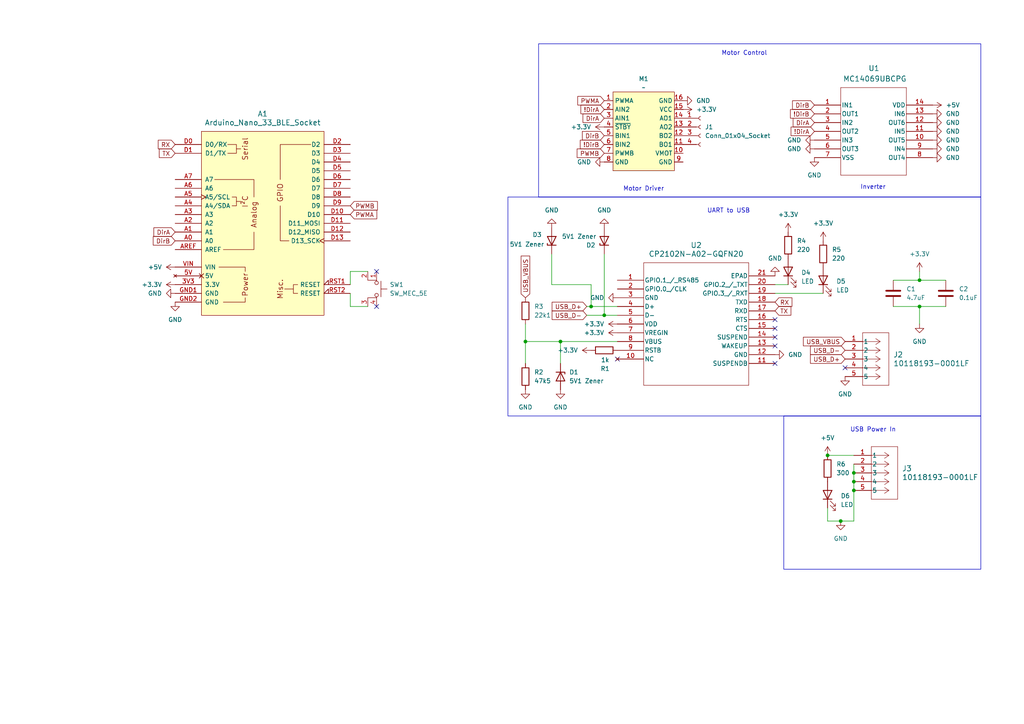
<source format=kicad_sch>
(kicad_sch (version 20250114) (generator "eeschema") (generator_version "9.0")
  (paper "A4")
  (lib_symbols
    (symbol "2025-04-03_10-14-51:CP2102N-A02-GQFN20" (pin_names (offset 0.254))
      (property "Reference" "U2" (at 23.622 10.414 0))
      (property "Value" "CP2102N-A02-GQFN20" (at 23.622 7.874 0))
      (symbol "CP2102N-A02-GQFN20_0_1"
        (polyline (pts (xy 7.62 5.08) (xy 7.62 -30.48)) (stroke (width 0.127)))
        (polyline (pts (xy 7.62 -30.48) (xy 38.1 -30.48)) (stroke (width 0.127)))
        (polyline (pts (xy 38.1 5.08) (xy 7.62 5.08)) (stroke (width 0.127)))
        (polyline (pts (xy 38.1 -30.48) (xy 38.1 5.08)) (stroke (width 0.127)))
        (pin bidirectional line (at 0 0 0) (length 7.62) (name "GPIO.1_/_RS485") (number "1"))
        (pin bidirectional line (at 0 -2.54 0) (length 7.62) (name "GPIO.0_/CLK") (number "2"))
        (pin power_out line (at 0 -5.08 0) (length 7.62) (name "GND") (number "3"))
        (pin unspecified line (at 0 -7.62 0) (length 7.62) (name "D+") (number "4"))
        (pin unspecified line (at 0 -10.16 0) (length 7.62) (name "D-") (number "5"))
        (pin power_in line (at 0 -12.7 0) (length 7.62) (name "VDD") (number "6"))
        (pin unspecified line (at 0 -15.24 0) (length 7.62) (name "VREGIN") (number "7"))
        (pin unspecified line (at 0 -17.78 0) (length 7.62) (name "VBUS") (number "8"))
        (pin unspecified line (at 0 -20.32 0) (length 7.62) (name "RSTB") (number "9"))
        (pin no_connect line (at 0 -22.86 0) (length 7.62) (name "NC") (number "10"))
        (pin power_out line (at 45.72 1.27 180) (length 7.62) (name "EPAD") (number "21"))
        (pin bidirectional line (at 45.72 -1.27 180) (length 7.62) (name "GPIO.2_/_TXT") (number "20"))
        (pin bidirectional line (at 45.72 -3.81 180) (length 7.62) (name "GPIO.3_/_RXT") (number "19"))
        (pin unspecified line (at 45.72 -6.35 180) (length 7.62) (name "TXD") (number "18"))
        (pin unspecified line (at 45.72 -8.89 180) (length 7.62) (name "RXD") (number "17"))
        (pin unspecified line (at 45.72 -11.43 180) (length 7.62) (name "RTS") (number "16"))
        (pin unspecified line (at 45.72 -13.97 180) (length 7.62) (name "CTS") (number "15"))
        (pin unspecified line (at 45.72 -16.51 180) (length 7.62) (name "SUSPEND") (number "14"))
        (pin unspecified line (at 45.72 -19.05 180) (length 7.62) (name "WAKEUP") (number "13"))
        (pin power_out line (at 45.72 -21.59 180) (length 7.62) (name "GND") (number "12"))
        (pin unspecified line (at 45.72 -24.13 180) (length 7.62) (name "SUSPENDB") (number "11"))
      )
    )
    (symbol "2025-04-03_10-31-04:10118193-0001LF" (pin_names (offset 0.254))
      (property "Reference" "J" (at 8.89 6.35 0))
      (property "Value" "10118193-0001LF" (at 0 0 0))
      (symbol "10118193-0001LF_1_1"
        (polyline (pts (xy 5.08 2.54) (xy 5.08 -12.7)) (stroke (width 0.127)))
        (polyline (pts (xy 5.08 -12.7) (xy 12.7 -12.7)) (stroke (width 0.127)))
        (polyline (pts (xy 10.16 0) (xy 5.08 0)) (stroke (width 0.127)))
        (polyline (pts (xy 10.16 0) (xy 8.89 0.8467)) (stroke (width 0.127)))
        (polyline (pts (xy 10.16 0) (xy 8.89 -0.8467)) (stroke (width 0.127)))
        (polyline (pts (xy 10.16 -2.54) (xy 5.08 -2.54)) (stroke (width 0.127)))
        (polyline (pts (xy 10.16 -2.54) (xy 8.89 -1.6933)) (stroke (width 0.127)))
        (polyline (pts (xy 10.16 -2.54) (xy 8.89 -3.3867)) (stroke (width 0.127)))
        (polyline (pts (xy 10.16 -5.08) (xy 5.08 -5.08)) (stroke (width 0.127)))
        (polyline (pts (xy 10.16 -5.08) (xy 8.89 -4.2333)) (stroke (width 0.127)))
        (polyline (pts (xy 10.16 -5.08) (xy 8.89 -5.9267)) (stroke (width 0.127)))
        (polyline (pts (xy 10.16 -7.62) (xy 5.08 -7.62)) (stroke (width 0.127)))
        (polyline (pts (xy 10.16 -7.62) (xy 8.89 -6.7733)) (stroke (width 0.127)))
        (polyline (pts (xy 10.16 -7.62) (xy 8.89 -8.4667)) (stroke (width 0.127)))
        (polyline (pts (xy 10.16 -10.16) (xy 5.08 -10.16)) (stroke (width 0.127)))
        (polyline (pts (xy 10.16 -10.16) (xy 8.89 -9.3133)) (stroke (width 0.127)))
        (polyline (pts (xy 10.16 -10.16) (xy 8.89 -11.0067)) (stroke (width 0.127)))
        (polyline (pts (xy 12.7 2.54) (xy 5.08 2.54)) (stroke (width 0.127)))
        (polyline (pts (xy 12.7 -12.7) (xy 12.7 2.54)) (stroke (width 0.127)))
        (pin unspecified line (at 0 0 0) (length 5.08) (name "1") (number "1"))
        (pin unspecified line (at 0 -2.54 0) (length 5.08) (name "2") (number "2"))
        (pin unspecified line (at 0 -5.08 0) (length 5.08) (name "3") (number "3"))
        (pin unspecified line (at 0 -7.62 0) (length 5.08) (name "4") (number "4"))
        (pin unspecified line (at 0 -10.16 0) (length 5.08) (name "5") (number "5"))
      )
      (symbol "10118193-0001LF_1_2"
        (polyline (pts (xy 5.08 2.54) (xy 5.08 -12.7)) (stroke (width 0.127)))
        (polyline (pts (xy 5.08 -12.7) (xy 12.7 -12.7)) (stroke (width 0.127)))
        (polyline (pts (xy 7.62 0) (xy 5.08 0)) (stroke (width 0.127)))
        (polyline (pts (xy 7.62 0) (xy 8.89 0.8467)) (stroke (width 0.127)))
        (polyline (pts (xy 7.62 0) (xy 8.89 -0.8467)) (stroke (width 0.127)))
        (polyline (pts (xy 7.62 -2.54) (xy 5.08 -2.54)) (stroke (width 0.127)))
        (polyline (pts (xy 7.62 -2.54) (xy 8.89 -1.6933)) (stroke (width 0.127)))
        (polyline (pts (xy 7.62 -2.54) (xy 8.89 -3.3867)) (stroke (width 0.127)))
        (polyline (pts (xy 7.62 -5.08) (xy 5.08 -5.08)) (stroke (width 0.127)))
        (polyline (pts (xy 7.62 -5.08) (xy 8.89 -4.2333)) (stroke (width 0.127)))
        (polyline (pts (xy 7.62 -5.08) (xy 8.89 -5.9267)) (stroke (width 0.127)))
        (polyline (pts (xy 7.62 -7.62) (xy 5.08 -7.62)) (stroke (width 0.127)))
        (polyline (pts (xy 7.62 -7.62) (xy 8.89 -6.7733)) (stroke (width 0.127)))
        (polyline (pts (xy 7.62 -7.62) (xy 8.89 -8.4667)) (stroke (width 0.127)))
        (polyline (pts (xy 7.62 -10.16) (xy 5.08 -10.16)) (stroke (width 0.127)))
        (polyline (pts (xy 7.62 -10.16) (xy 8.89 -9.3133)) (stroke (width 0.127)))
        (polyline (pts (xy 7.62 -10.16) (xy 8.89 -11.0067)) (stroke (width 0.127)))
        (polyline (pts (xy 12.7 2.54) (xy 5.08 2.54)) (stroke (width 0.127)))
        (polyline (pts (xy 12.7 -12.7) (xy 12.7 2.54)) (stroke (width 0.127)))
        (pin unspecified line (at 0 0 0) (length 5.08) (name "1") (number "1"))
        (pin unspecified line (at 0 -2.54 0) (length 5.08) (name "2") (number "2"))
        (pin unspecified line (at 0 -5.08 0) (length 5.08) (name "3") (number "3"))
        (pin unspecified line (at 0 -7.62 0) (length 5.08) (name "4") (number "4"))
        (pin unspecified line (at 0 -10.16 0) (length 5.08) (name "5") (number "5"))
      )
    )
    (symbol "Connector:Conn_01x04_Socket" (pin_names (offset 1.016) (hide yes))
      (property "Reference" "J" (at 0 5.08 0))
      (property "Value" "Conn_01x04_Socket" (at 0 -7.62 0))
      (symbol "Conn_01x04_Socket_1_1"
        (polyline (pts (xy -1.27 2.54) (xy -0.508 2.54)) (stroke (width 0.1524)))
        (polyline (pts (xy -1.27 0) (xy -0.508 0)) (stroke (width 0.1524)))
        (polyline (pts (xy -1.27 -2.54) (xy -0.508 -2.54)) (stroke (width 0.1524)))
        (polyline (pts (xy -1.27 -5.08) (xy -0.508 -5.08)) (stroke (width 0.1524)))
        (arc (start 0 2.032) (mid -0.5058 2.54) (end 0 3.048) (stroke (width 0.1524)))
        (arc (start 0 -0.508) (mid -0.5058 0) (end 0 0.508) (stroke (width 0.1524)))
        (arc (start 0 -3.048) (mid -0.5058 -2.54) (end 0 -2.032) (stroke (width 0.1524)))
        (arc (start 0 -5.588) (mid -0.5058 -5.08) (end 0 -4.572) (stroke (width 0.1524)))
        (pin passive line (at -5.08 2.54 0) (length 3.81) (name "Pin_1") (number "1"))
        (pin passive line (at -5.08 0 0) (length 3.81) (name "Pin_2") (number "2"))
        (pin passive line (at -5.08 -2.54 0) (length 3.81) (name "Pin_3") (number "3"))
        (pin passive line (at -5.08 -5.08 0) (length 3.81) (name "Pin_4") (number "4"))
      )
    )
    (symbol "Device:C" (pin_numbers (hide yes)) (pin_names (offset 0.254))
      (property "Reference" "C" (at 0.635 2.54 0))
      (property "Value" "C" (at 0.635 -2.54 0))
      (symbol "C_0_1"
        (polyline (pts (xy -2.032 0.762) (xy 2.032 0.762)) (stroke (width 0.508)))
        (polyline (pts (xy -2.032 -0.762) (xy 2.032 -0.762)) (stroke (width 0.508)))
      )
      (symbol "C_1_1"
        (pin passive line (at 0 3.81 270) (length 2.794) (name "~") (number "1"))
        (pin passive line (at 0 -3.81 90) (length 2.794) (name "~") (number "2"))
      )
    )
    (symbol "Device:D_Zener" (pin_numbers (hide yes)) (pin_names (offset 1.016) (hide yes))
      (property "Reference" "D" (at 0 2.54 0))
      (property "Value" "D_Zener" (at 0 -2.54 0))
      (symbol "D_Zener_0_1"
        (polyline (pts (xy -1.27 -1.27) (xy -1.27 1.27) (xy -0.762 1.27)) (stroke (width 0.254)))
        (polyline (pts (xy 1.27 0) (xy -1.27 0)))
        (polyline (pts (xy 1.27 -1.27) (xy 1.27 1.27) (xy -1.27 0) (xy 1.27 -1.27)) (stroke (width 0.254)))
      )
      (symbol "D_Zener_1_1"
        (pin passive line (at -3.81 0 0) (length 2.54) (name "K") (number "1"))
        (pin passive line (at 3.81 0 180) (length 2.54) (name "A") (number "2"))
      )
    )
    (symbol "Device:LED" (pin_numbers (hide yes)) (pin_names (offset 1.016) (hide yes))
      (property "Reference" "D" (at 0 2.54 0))
      (property "Value" "LED" (at 0 -2.54 0))
      (symbol "LED_0_1"
        (polyline (pts (xy -3.048 -0.762) (xy -4.572 -2.286) (xy -3.81 -2.286) (xy -4.572 -2.286) (xy -4.572 -1.524)))
        (polyline (pts (xy -1.778 -0.762) (xy -3.302 -2.286) (xy -2.54 -2.286) (xy -3.302 -2.286) (xy -3.302 -1.524)))
        (polyline (pts (xy -1.27 0) (xy 1.27 0)))
        (polyline (pts (xy -1.27 -1.27) (xy -1.27 1.27)) (stroke (width 0.254)))
        (polyline (pts (xy 1.27 -1.27) (xy 1.27 1.27) (xy -1.27 0) (xy 1.27 -1.27)) (stroke (width 0.254)))
      )
      (symbol "LED_1_1"
        (pin passive line (at -3.81 0 0) (length 2.54) (name "K") (number "1"))
        (pin passive line (at 3.81 0 180) (length 2.54) (name "A") (number "2"))
      )
    )
    (symbol "Device:R" (pin_numbers (hide yes)) (pin_names (offset 0))
      (property "Reference" "R" (at 2.032 0 90))
      (property "Value" "R" (at 0 0 90))
      (symbol "R_0_1"
        (rectangle (start -1.016 -2.54) (end 1.016 2.54) (stroke (width 0.254)))
      )
      (symbol "R_1_1"
        (pin passive line (at 0 3.81 270) (length 1.27) (name "~") (number "1"))
        (pin passive line (at 0 -3.81 90) (length 1.27) (name "~") (number "2"))
      )
    )
    (symbol "MCP14069UBCP:MC14069UBCPG" (pin_names (offset 0.254))
      (property "Reference" "U1" (at 17.272 10.668 0))
      (property "Value" "MC14069UBCPG" (at 17.526 7.62 0))
      (symbol "MC14069UBCPG_0_1"
        (polyline (pts (xy 7.62 5.08) (xy 7.62 -20.32)) (stroke (width 0.127)))
        (polyline (pts (xy 7.62 -20.32) (xy 26.67 -20.32)) (stroke (width 0.127)))
        (polyline (pts (xy 26.67 5.08) (xy 7.62 5.08)) (stroke (width 0.127)))
        (polyline (pts (xy 26.67 -20.32) (xy 26.67 5.08)) (stroke (width 0.127)))
        (pin input line (at 0 0 0) (length 7.62) (name "IN1") (number "1"))
        (pin output line (at 0 -2.54 0) (length 7.62) (name "OUT1") (number "2"))
        (pin input line (at 0 -5.08 0) (length 7.62) (name "IN2") (number "3"))
        (pin output line (at 0 -7.62 0) (length 7.62) (name "OUT2") (number "4"))
        (pin input line (at 0 -10.16 0) (length 7.62) (name "IN3") (number "5"))
        (pin output line (at 0 -12.7 0) (length 7.62) (name "OUT3") (number "6"))
        (pin power_in line (at 0 -15.24 0) (length 7.62) (name "VSS") (number "7"))
        (pin power_in line (at 34.29 0 180) (length 7.62) (name "VDD") (number "14"))
        (pin input line (at 34.29 -2.54 180) (length 7.62) (name "IN6") (number "13"))
        (pin output line (at 34.29 -5.08 180) (length 7.62) (name "OUT6") (number "12"))
        (pin input line (at 34.29 -7.62 180) (length 7.62) (name "IN5") (number "11"))
        (pin output line (at 34.29 -10.16 180) (length 7.62) (name "OUT5") (number "10"))
        (pin input line (at 34.29 -12.7 180) (length 7.62) (name "IN4") (number "9"))
        (pin output line (at 34.29 -15.24 180) (length 7.62) (name "OUT4") (number "8"))
      )
    )
    (symbol "Pololu_MD08A_Motor_Driver:Pololu_MD08A_Motor_Driver"
      (property "Reference" "M" (at 0 3.81 0))
      (symbol "Pololu_MD08A_Motor_Driver_1_1"
        (rectangle (start -8.89 2.54) (end 8.89 -20.32) (fill (type background)))
        (pin input line (at -11.43 0 0) (length 2.54) (name "PWMA") (number "1"))
        (pin input line (at -11.43 -2.54 0) (length 2.54) (name "AIN2") (number "2"))
        (pin input line (at -11.43 -5.08 0) (length 2.54) (name "AIN1") (number "3"))
        (pin input line (at -11.43 -7.62 0) (length 2.54) (name "~{STBY}") (number "4"))
        (pin input line (at -11.43 -10.16 0) (length 2.54) (name "BIN1") (number "5"))
        (pin input line (at -11.43 -12.7 0) (length 2.54) (name "BIN2") (number "6"))
        (pin input line (at -11.43 -15.24 0) (length 2.54) (name "PWMB") (number "7"))
        (pin power_in line (at -11.43 -17.78 0) (length 2.54) (name "GND") (number "8"))
        (pin power_in line (at 11.43 0 180) (length 2.54) (name "GND") (number "16"))
        (pin power_in line (at 11.43 -2.54 180) (length 2.54) (name "VCC") (number "15"))
        (pin output line (at 11.43 -5.08 180) (length 2.54) (name "AO1") (number "14"))
        (pin output line (at 11.43 -7.62 180) (length 2.54) (name "AO2") (number "13"))
        (pin output line (at 11.43 -10.16 180) (length 2.54) (name "BO2") (number "12"))
        (pin output line (at 11.43 -12.7 180) (length 2.54) (name "BO1") (number "11"))
        (pin power_in line (at 11.43 -15.24 180) (length 2.54) (name "VMOT") (number "10"))
        (pin power_in line (at 11.43 -17.78 180) (length 2.54) (name "GND") (number "9"))
      )
    )
    (symbol "Switch:SW_MEC_5E" (pin_names (offset 1.016) (hide yes))
      (property "Reference" "SW" (at 0.635 5.715 0))
      (property "Value" "SW_MEC_5E" (at 0 -3.175 0))
      (symbol "SW_MEC_5E_0_1"
        (polyline (pts (xy -2.54 0) (xy -2.54 2.54) (xy -2.286 2.54)))
        (polyline (pts (xy -2.286 3.81) (xy 2.286 3.81)))
        (circle (center -1.778 2.54) (radius 0.508))
        (polyline (pts (xy 0 3.81) (xy 0 5.588)))
        (circle (center 1.778 2.54) (radius 0.508))
        (polyline (pts (xy 2.54 0) (xy 2.54 2.54) (xy 2.286 2.54)))
        (pin passive line (at -5.08 2.54 0) (length 2.54) (name "1") (number "1"))
        (pin passive line (at -5.08 0 0) (length 2.54) (name "2") (number "2"))
        (pin passive line (at 5.08 2.54 180) (length 2.54) (name "A") (number "4"))
        (pin passive line (at 5.08 0 180) (length 2.54) (name "K") (number "3"))
      )
    )
    (symbol "arduino-library:Arduino_Nano_33_BLE_Socket" (pin_names (offset 1.016))
      (property "Reference" "A" (at 0 33.02 0))
      (property "Value" "Arduino_Nano_33_BLE_Socket" (at 0 29.21 0))
      (symbol "Arduino_Nano_33_BLE_Socket_0_0"
        (rectangle (start -17.78 26.67) (end 17.78 -26.67) (fill (type background)))
        (polyline (pts (xy -11.43 -22.86) (xy -5.08 -22.86) (xy -5.08 -21.59)))
        (polyline (pts (xy -10.16 22.86) (xy -7.62 22.86) (xy -7.62 20.32) (xy -10.16 20.32)))
        (polyline (pts (xy -8.89 7.62) (xy -7.62 7.62) (xy -7.62 5.08) (xy -8.89 5.08)))
        (polyline (pts (xy -7.62 21.59) (xy -6.35 21.59)))
        (polyline (pts (xy -7.62 6.35) (xy -6.35 6.35)))
        (polyline (pts (xy -5.08 -13.97) (xy -5.08 -12.7) (xy -12.7 -12.7)))
        (polyline (pts (xy 8.89 -19.05) (xy 6.35 -19.05)))
        (text "Serial" (at -5.08 21.59 900) (effects (font (size 1.524 1.524))))
        (text "I²C" (at -5.08 6.35 900) (effects (font (size 1.524 1.524))))
        (text "Power" (at -5.08 -17.78 900) (effects (font (size 1.524 1.524))))
        (text "Analog" (at -2.54 2.54 900) (effects (font (size 1.524 1.524))))
        (text "Misc." (at 5.08 -19.05 900) (effects (font (size 1.524 1.524))))
      )
      (symbol "Arduino_Nano_33_BLE_Socket_0_1"
        (polyline (pts (xy -13.97 12.7) (xy -2.54 12.7) (xy -2.54 7.62)))
        (polyline (pts (xy -11.43 -7.62) (xy -2.54 -7.62) (xy -2.54 -2.54)))
        (polyline (pts (xy 7.62 -5.08) (xy 5.08 -5.08) (xy 5.08 5.08)))
        (polyline (pts (xy 10.16 -17.78) (xy 8.89 -17.78) (xy 8.89 -20.32) (xy 10.16 -20.32)))
        (polyline (pts (xy 13.97 22.86) (xy 5.08 22.86) (xy 5.08 12.7)))
      )
      (symbol "Arduino_Nano_33_BLE_Socket_1_0"
        (text "GPIO" (at 5.08 8.89 900) (effects (font (size 1.524 1.524))))
      )
      (symbol "Arduino_Nano_33_BLE_Socket_1_1"
        (pin bidirectional line (at -25.4 22.86 0) (length 7.62) (name "D0/RX") (number "D0"))
        (pin bidirectional line (at -25.4 20.32 0) (length 7.62) (name "D1/TX") (number "D1"))
        (pin input line (at -25.4 12.7 0) (length 7.62) (name "A7") (number "A7"))
        (pin input line (at -25.4 10.16 0) (length 7.62) (name "A6") (number "A6"))
        (pin bidirectional clock (at -25.4 7.62 0) (length 7.62) (name "A5/SCL") (number "A5"))
        (pin bidirectional line (at -25.4 5.08 0) (length 7.62) (name "A4/SDA") (number "A4"))
        (pin bidirectional line (at -25.4 2.54 0) (length 7.62) (name "A3") (number "A3"))
        (pin bidirectional line (at -25.4 0 0) (length 7.62) (name "A2") (number "A2"))
        (pin bidirectional line (at -25.4 -2.54 0) (length 7.62) (name "A1") (number "A1"))
        (pin bidirectional line (at -25.4 -5.08 0) (length 7.62) (name "A0") (number "A0"))
        (pin input line (at -25.4 -7.62 0) (length 7.62) (name "AREF") (number "AREF"))
        (pin power_in line (at -25.4 -12.7 0) (length 7.62) (name "VIN") (number "VIN"))
        (pin no_connect non_logic (at -25.4 -15.24 0) (length 7.62) (name "5V") (number "5V"))
        (pin power_in line (at -25.4 -17.78 0) (length 7.62) (name "3.3V") (number "3V3"))
        (pin power_in line (at -25.4 -20.32 0) (length 7.62) (name "GND") (number "GND1"))
        (pin power_in line (at -25.4 -22.86 0) (length 7.62) (name "GND") (number "GND2"))
        (pin bidirectional line (at 25.4 22.86 180) (length 7.62) (name "D2") (number "D2"))
        (pin bidirectional line (at 25.4 20.32 180) (length 7.62) (name "D3") (number "D3"))
        (pin bidirectional line (at 25.4 17.78 180) (length 7.62) (name "D4") (number "D4"))
        (pin bidirectional line (at 25.4 15.24 180) (length 7.62) (name "D5") (number "D5"))
        (pin bidirectional line (at 25.4 12.7 180) (length 7.62) (name "D6") (number "D6"))
        (pin bidirectional line (at 25.4 10.16 180) (length 7.62) (name "D7") (number "D7"))
        (pin bidirectional line (at 25.4 7.62 180) (length 7.62) (name "D8") (number "D8"))
        (pin bidirectional line (at 25.4 5.08 180) (length 7.62) (name "D9") (number "D9"))
        (pin bidirectional line (at 25.4 2.54 180) (length 7.62) (name "D10") (number "D10"))
        (pin bidirectional line (at 25.4 0 180) (length 7.62) (name "D11_MOSI") (number "D11"))
        (pin bidirectional line (at 25.4 -2.54 180) (length 7.62) (name "D12_MISO") (number "D12"))
        (pin bidirectional clock (at 25.4 -5.08 180) (length 7.62) (name "D13_SCK") (number "D13"))
        (pin open_collector input_low (at 25.4 -17.78 180) (length 7.62) (name "RESET") (number "RST1"))
        (pin open_collector input_low (at 25.4 -20.32 180) (length 7.62) (name "RESET") (number "RST2"))
      )
    )
    (symbol "power:+3.3V" (power) (pin_names (offset 0))
      (property "Value" "+3.3V" (at 0 3.556 0))
      (symbol "+3.3V_0_1"
        (polyline (pts (xy -0.762 1.27) (xy 0 2.54)))
        (polyline (pts (xy 0 2.54) (xy 0.762 1.27)))
        (polyline (pts (xy 0 0) (xy 0 2.54)))
      )
      (symbol "+3.3V_1_1"
        (pin power_in line (at 0 0 90) (length 0) (hide yes) (name "+3.3V") (number "1"))
      )
    )
    (symbol "power:+5V" (power) (pin_names (offset 0))
      (property "Value" "+5V" (at 0 3.556 0))
      (symbol "+5V_0_1"
        (polyline (pts (xy -0.762 1.27) (xy 0 2.54)))
        (polyline (pts (xy 0 2.54) (xy 0.762 1.27)))
        (polyline (pts (xy 0 0) (xy 0 2.54)))
      )
      (symbol "+5V_1_1"
        (pin power_in line (at 0 0 90) (length 0) (hide yes) (name "+5V") (number "1"))
      )
    )
    (symbol "power:GND" (power) (pin_names (offset 0))
      (property "Value" "GND" (at 0 -3.81 0))
      (symbol "GND_0_1"
        (polyline (pts (xy 0 0) (xy 0 -1.27) (xy 1.27 -1.27) (xy 0 -2.54) (xy -1.27 -1.27) (xy 0 -1.27)))
      )
      (symbol "GND_1_1"
        (pin power_in line (at 0 0 270) (length 0) (hide yes) (name "GND") (number "1"))
      )
    )
  )
  (rectangle (start 156.21 12.7) (end 284.48 57.15))
  (rectangle (start 147.32 57.15) (end 284.48 120.65))
  (rectangle (start 227.33 120.65) (end 284.48 165.1))
  (text "Motor Control" (at 215.9 15.494 0) (effects (font (size 1.27 1.27))))
  (text "USB Power In\n" (at 253.238 124.714 0) (effects (font (size 1.27 1.27))))
  (text "Motor Driver" (at 186.69 54.864 0) (effects (font (size 1.27 1.27))))
  (text "UART to USB\n" (at 211.328 61.214 0) (effects (font (size 1.27 1.27))))
  (text "Inverter" (at 253.238 54.356 0) (effects (font (size 1.27 1.27))))
  (junction (at 171.45 88.9))
  (junction (at 175.26 91.44))
  (junction (at 240.03 132.08))
  (junction (at 266.7 88.9))
  (junction (at 243.84 151.13))
  (junction (at 247.65 137.16))
  (junction (at 247.65 139.7))
  (junction (at 152.4 99.06))
  (junction (at 162.56 99.06))
  (junction (at 247.65 142.24))
  (junction (at 266.7 81.28))
  (no_connect (at 109.22 88.9))
  (no_connect (at 224.79 97.79))
  (no_connect (at 224.79 105.41))
  (no_connect (at 224.79 95.25))
  (no_connect (at 245.11 106.68))
  (no_connect (at 179.07 104.14))
  (no_connect (at 109.22 78.74))
  (no_connect (at 224.79 100.33))
  (no_connect (at 224.79 92.71))
  (wire (pts (xy 266.7 88.9) (xy 274.32 88.9)))
  (wire (pts (xy 266.7 78.74) (xy 266.7 81.28)))
  (wire (pts (xy 266.7 88.9) (xy 266.7 93.98)))
  (wire (pts (xy 101.6 78.74) (xy 106.68 78.74)))
  (wire (pts (xy 247.65 134.62) (xy 247.65 137.16)))
  (wire (pts (xy 224.79 85.09) (xy 238.76 85.09)))
  (wire (pts (xy 247.65 151.13) (xy 247.65 142.24)))
  (wire (pts (xy 160.02 82.55) (xy 171.45 82.55)))
  (wire (pts (xy 101.6 85.09) (xy 101.6 88.9)))
  (wire (pts (xy 160.02 73.66) (xy 160.02 82.55)))
  (wire (pts (xy 171.45 88.9) (xy 179.07 88.9)))
  (wire (pts (xy 170.18 91.44) (xy 175.26 91.44)))
  (wire (pts (xy 101.6 82.55) (xy 101.6 78.74)))
  (wire (pts (xy 240.03 147.32) (xy 240.03 151.13)))
  (wire (pts (xy 240.03 132.08) (xy 247.65 132.08)))
  (wire (pts (xy 259.08 88.9) (xy 266.7 88.9)))
  (wire (pts (xy 243.84 151.13) (xy 247.65 151.13)))
  (wire (pts (xy 175.26 73.66) (xy 175.26 91.44)))
  (wire (pts (xy 266.7 81.28) (xy 274.32 81.28)))
  (wire (pts (xy 247.65 137.16) (xy 247.65 139.7)))
  (wire (pts (xy 152.4 93.98) (xy 152.4 99.06)))
  (wire (pts (xy 101.6 88.9) (xy 106.68 88.9)))
  (wire (pts (xy 170.18 88.9) (xy 171.45 88.9)))
  (wire (pts (xy 152.4 99.06) (xy 152.4 105.41)))
  (wire (pts (xy 224.79 82.55) (xy 228.6 82.55)))
  (wire (pts (xy 175.26 91.44) (xy 179.07 91.44)))
  (wire (pts (xy 247.65 139.7) (xy 247.65 142.24)))
  (wire (pts (xy 240.03 151.13) (xy 243.84 151.13)))
  (wire (pts (xy 152.4 99.06) (xy 162.56 99.06)))
  (wire (pts (xy 162.56 99.06) (xy 179.07 99.06)))
  (wire (pts (xy 171.45 82.55) (xy 171.45 88.9)))
  (wire (pts (xy 162.56 105.41) (xy 162.56 99.06)))
  (wire (pts (xy 259.08 81.28) (xy 266.7 81.28)))
  (global_label "USB_D-" (shape input) (at 245.11 101.6 180) (property "Intersheetrefs" "${INTERSHEET_REFS}" (effects (hide yes))))
  (global_label "USB_VBUS" (shape input) (at 245.11 99.06 180) (property "Intersheetrefs" "${INTERSHEET_REFS}" (effects (hide yes))))
  (global_label "USB_D+" (shape input) (at 245.11 104.14 180) (property "Intersheetrefs" "${INTERSHEET_REFS}" (effects (hide yes))))
  (global_label "TX" (shape input) (at 50.8 44.45 180) (property "Intersheetrefs" "${INTERSHEET_REFS}" (effects (hide yes))))
  (global_label "RX" (shape input) (at 50.8 41.91 180) (property "Intersheetrefs" "${INTERSHEET_REFS}" (effects (hide yes))))
  (global_label "USB_D-" (shape input) (at 170.18 91.44 180) (property "Intersheetrefs" "${INTERSHEET_REFS}" (effects (hide yes))))
  (global_label "DirB" (shape input) (at 175.26 39.37 180) (property "Intersheetrefs" "${INTERSHEET_REFS}" (effects (hide yes))))
  (global_label "!DirB" (shape input) (at 236.22 33.02 180) (property "Intersheetrefs" "${INTERSHEET_REFS}" (effects (hide yes))))
  (global_label "PWMA" (shape input) (at 101.6 62.23 0) (property "Intersheetrefs" "${INTERSHEET_REFS}" (effects (hide yes))))
  (global_label "!DirB" (shape input) (at 175.26 41.91 180) (property "Intersheetrefs" "${INTERSHEET_REFS}" (effects (hide yes))))
  (global_label "DirB" (shape input) (at 236.22 30.48 180) (property "Intersheetrefs" "${INTERSHEET_REFS}" (effects (hide yes))))
  (global_label "DirA" (shape input) (at 175.26 34.29 180) (property "Intersheetrefs" "${INTERSHEET_REFS}" (effects (hide yes))))
  (global_label "PWMB" (shape input) (at 175.26 44.45 180) (property "Intersheetrefs" "${INTERSHEET_REFS}" (effects (hide yes))))
  (global_label "DirA" (shape input) (at 236.22 35.56 180) (property "Intersheetrefs" "${INTERSHEET_REFS}" (effects (hide yes))))
  (global_label "PWMB" (shape input) (at 101.6 59.69 0) (property "Intersheetrefs" "${INTERSHEET_REFS}" (effects (hide yes))))
  (global_label "PWMA" (shape input) (at 175.26 29.21 180) (property "Intersheetrefs" "${INTERSHEET_REFS}" (effects (hide yes))))
  (global_label "TX" (shape input) (at 224.79 90.17 0) (property "Intersheetrefs" "${INTERSHEET_REFS}" (effects (hide yes))))
  (global_label "USB_D+" (shape input) (at 170.18 88.9 180) (property "Intersheetrefs" "${INTERSHEET_REFS}" (effects (hide yes))))
  (global_label "DirA" (shape input) (at 50.8 67.31 180) (property "Intersheetrefs" "${INTERSHEET_REFS}" (effects (hide yes))))
  (global_label "DirB" (shape input) (at 50.8 69.85 180) (property "Intersheetrefs" "${INTERSHEET_REFS}" (effects (hide yes))))
  (global_label "RX" (shape input) (at 224.79 87.63 0) (property "Intersheetrefs" "${INTERSHEET_REFS}" (effects (hide yes))))
  (global_label "USB_VBUS" (shape input) (at 152.4 86.36 90) (property "Intersheetrefs" "${INTERSHEET_REFS}" (effects (hide yes))))
  (global_label "!DirA" (shape input) (at 236.22 38.1 180) (property "Intersheetrefs" "${INTERSHEET_REFS}" (effects (hide yes))))
  (global_label "!DirA" (shape input) (at 175.26 31.75 180) (property "Intersheetrefs" "${INTERSHEET_REFS}" (effects (hide yes))))
  (symbol (lib_id "power:GND") (at 245.11 109.22 0) (unit 1)
    (property "Reference" "#PWR019" (effects (hide yes)))
    (property "Value" "GND" (at 245.11 114.3 0))
    (property "Description" "Power symbol creates a global label with name \"GND\" , ground" (effects (hide yes)))
  )
  (symbol (lib_id "power:GND") (at 270.51 33.02 90) (unit 1)
    (property "Reference" "#PWR013" (effects (hide yes)))
    (property "Value" "GND" (at 274.32 33.0199 90) (effects (justify right)))
    (property "Description" "Power symbol creates a global label with name \"GND\" , ground" (effects (hide yes)))
  )
  (symbol (lib_id "power:GND") (at 50.8 85.09 270) (unit 1)
    (property "Reference" "#PWR05" (effects (hide yes)))
    (property "Value" "GND" (at 46.99 85.0899 90) (effects (justify right)))
    (property "Description" "Power symbol creates a global label with name \"GND\" , ground" (effects (hide yes)))
  )
  (symbol (lib_id "power:GND") (at 270.51 35.56 90) (unit 1)
    (property "Reference" "#PWR012" (effects (hide yes)))
    (property "Value" "GND" (at 274.32 35.5599 90) (effects (justify right)))
    (property "Description" "Power symbol creates a global label with name \"GND\" , ground" (effects (hide yes)))
  )
  (symbol (lib_id "power:+5V") (at 240.03 132.08 0) (unit 1)
    (property "Reference" "#PWR033" (effects (hide yes)))
    (property "Value" "+5V" (at 240.03 127 0))
    (property "Description" "Power symbol creates a global label with name \"+5V\"" (effects (hide yes)))
  )
  (symbol (lib_id "Device:R") (at 175.26 101.6 90) (unit 1)
    (property "Reference" "R1" (at 175.514 106.934 90))
    (property "Value" "1k" (at 175.514 104.394 90))
    (property "Description" "Resistor" (effects (hide yes)))
  )
  (symbol (lib_id "power:GND") (at 236.22 43.18 270) (unit 1)
    (property "Reference" "#PWR07" (effects (hide yes)))
    (property "Value" "GND" (at 232.41 43.1799 90) (effects (justify right)))
    (property "Description" "Power symbol creates a global label with name \"GND\" , ground" (effects (hide yes)))
  )
  (symbol (lib_id "Device:LED") (at 240.03 143.51 90) (unit 1)
    (property "Reference" "D6" (at 243.84 143.8274 90) (effects (justify right)))
    (property "Value" "LED" (at 243.84 146.3674 90) (effects (justify right)))
    (property "Description" "Light emitting diode" (effects (hide yes)))
  )
  (symbol (lib_id "2025-04-03_10-31-04:10118193-0001LF") (at 247.65 132.08 0) (unit 1)
    (property "Reference" "J3" (at 261.62 135.8899 0) (effects (font (size 1.524 1.524)) (justify left)))
    (property "Value" "10118193-0001LF" (at 261.62 138.4299 0) (effects (font (size 1.524 1.524)) (justify left)))
    (property "Footprint" "CONN_10118193-0001LF_AMP" (effects (hide yes)))
    (property "Datasheet" "10118193-0001LF" (effects (hide yes)))
  )
  (symbol (lib_id "Device:D_Zener") (at 162.56 109.22 270) (unit 1)
    (property "Reference" "D1" (at 165.1 107.9499 90) (effects (justify left)))
    (property "Value" "5V1 Zener" (at 165.1 110.4899 90) (effects (justify left)))
    (property "Description" "Zener diode" (effects (hide yes)))
  )
  (symbol (lib_id "Device:R") (at 238.76 73.66 0) (unit 1)
    (property "Reference" "R5" (at 241.3 72.3899 0) (effects (justify left)))
    (property "Value" "220" (at 241.3 74.9299 0) (effects (justify left)))
    (property "Description" "Resistor" (effects (hide yes)))
  )
  (symbol (lib_id "power:+5V") (at 50.8 77.47 90) (unit 1)
    (property "Reference" "#PWR035" (effects (hide yes)))
    (property "Value" "+5V" (at 46.99 77.4699 90) (effects (justify left)))
    (property "Description" "Power symbol creates a global label with name \"+5V\"" (effects (hide yes)))
  )
  (symbol (lib_id "Device:LED") (at 238.76 81.28 90) (unit 1)
    (property "Reference" "D5" (at 242.57 81.5974 90) (effects (justify right)))
    (property "Value" "LED" (at 242.57 84.1374 90) (effects (justify right)))
    (property "Description" "Light emitting diode" (effects (hide yes)))
  )
  (symbol (lib_id "Device:D_Zener") (at 175.26 69.85 90) (unit 1)
    (property "Reference" "D2" (at 172.72 71.1201 90) (effects (justify left)))
    (property "Value" "5V1 Zener" (at 172.974 68.58 90) (effects (justify left)))
    (property "Description" "Zener diode" (effects (hide yes)))
  )
  (symbol (lib_id "power:GND") (at 266.7 93.98 0) (unit 1)
    (property "Reference" "#PWR024" (effects (hide yes)))
    (property "Value" "GND" (at 266.7 99.06 0))
    (property "Description" "Power symbol creates a global label with name \"GND\" , ground" (effects (hide yes)))
  )
  (symbol (lib_id "power:GND") (at 162.56 113.03 0) (unit 1)
    (property "Reference" "#PWR028" (effects (hide yes)))
    (property "Value" "GND" (at 162.56 118.11 0))
    (property "Description" "Power symbol creates a global label with name \"GND\" , ground" (effects (hide yes)))
  )
  (symbol (lib_id "power:GND") (at 175.26 66.04 180) (unit 1)
    (property "Reference" "#PWR030" (effects (hide yes)))
    (property "Value" "GND" (at 175.26 60.96 0))
    (property "Description" "Power symbol creates a global label with name \"GND\" , ground" (effects (hide yes)))
  )
  (symbol (lib_id "power:GND") (at 270.51 43.18 90) (unit 1)
    (property "Reference" "#PWR09" (effects (hide yes)))
    (property "Value" "GND" (at 274.32 43.1799 90) (effects (justify right)))
    (property "Description" "Power symbol creates a global label with name \"GND\" , ground" (effects (hide yes)))
  )
  (symbol (lib_id "power:+3.3V") (at 228.6 67.31 0) (unit 1)
    (property "Reference" "#PWR032" (effects (hide yes)))
    (property "Value" "+3.3V" (at 228.6 62.23 0))
    (property "Description" "Power symbol creates a global label with name \"+3.3V\"" (effects (hide yes)))
  )
  (symbol (lib_id "arduino-library:Arduino_Nano_33_BLE_Socket") (at 76.2 64.77 0) (unit 1)
    (property "Reference" "A1" (at 76.2 33.02 0) (effects (font (size 1.524 1.524))))
    (property "Value" "Arduino_Nano_33_BLE_Socket" (at 76.2 35.56 0) (effects (font (size 1.524 1.524))))
    (property "Footprint" "PCM_arduino-library:Arduino_Nano_Every_Socket" (effects (hide yes)))
    (property "Datasheet" "https://docs.arduino.cc/hardware/nano-33-ble" (effects (hide yes)))
    (property "Description" "Socket for Arduino Nano 33 BLE" (effects (hide yes)))
  )
  (symbol (lib_id "Device:LED") (at 228.6 78.74 90) (unit 1)
    (property "Reference" "D4" (at 232.41 79.0574 90) (effects (justify right)))
    (property "Value" "LED" (at 232.41 81.5974 90) (effects (justify right)))
    (property "Description" "Light emitting diode" (effects (hide yes)))
  )
  (symbol (lib_id "power:+3.3V") (at 266.7 78.74 0) (unit 1)
    (property "Reference" "#PWR023" (effects (hide yes)))
    (property "Value" "+3.3V" (at 266.7 73.66 0))
    (property "Description" "Power symbol creates a global label with name \"+3.3V\"" (effects (hide yes)))
  )
  (symbol (lib_id "power:GND") (at 224.79 102.87 90) (unit 1)
    (property "Reference" "#PWR025" (effects (hide yes)))
    (property "Value" "GND" (at 228.6 102.8699 90) (effects (justify right)))
    (property "Description" "Power symbol creates a global label with name \"GND\" , ground" (effects (hide yes)))
  )
  (symbol (lib_id "power:GND") (at 160.02 66.04 180) (unit 1)
    (property "Reference" "#PWR029" (effects (hide yes)))
    (property "Value" "GND" (at 160.02 60.96 0))
    (property "Description" "Power symbol creates a global label with name \"GND\" , ground" (effects (hide yes)))
  )
  (symbol (lib_id "power:GND") (at 175.26 46.99 270) (unit 1)
    (property "Reference" "#PWR017" (effects (hide yes)))
    (property "Value" "GND" (at 171.45 46.9899 90) (effects (justify right)))
    (property "Description" "Power symbol creates a global label with name \"GND\" , ground" (effects (hide yes)))
  )
  (symbol (lib_id "Device:R") (at 152.4 90.17 180) (unit 1)
    (property "Reference" "R3" (at 154.94 88.8999 0) (effects (justify right)))
    (property "Value" "22k1" (at 154.94 91.4399 0) (effects (justify right)))
    (property "Description" "Resistor" (effects (hide yes)))
  )
  (symbol (lib_id "Connector:Conn_01x04_Socket") (at 203.2 36.83 0) (unit 1)
    (property "Reference" "J1" (at 204.47 36.8299 0) (effects (justify left)))
    (property "Value" "Conn_01x04_Socket" (at 204.47 39.3699 0) (effects (justify left)))
    (property "Description" "Generic connector, single row, 01x04, script generated" (effects (hide yes)))
  )
  (symbol (lib_id "power:+3.3V") (at 238.76 69.85 0) (unit 1)
    (property "Reference" "#PWR031" (effects (hide yes)))
    (property "Value" "+3.3V" (at 238.76 64.77 0))
    (property "Description" "Power symbol creates a global label with name \"+3.3V\"" (effects (hide yes)))
  )
  (symbol (lib_id "2025-04-03_10-31-04:10118193-0001LF") (at 245.11 99.06 0) (unit 1)
    (property "Reference" "J2" (at 259.08 102.8699 0) (effects (font (size 1.524 1.524)) (justify left)))
    (property "Value" "10118193-0001LF" (at 259.08 105.4099 0) (effects (font (size 1.524 1.524)) (justify left)))
    (property "Footprint" "CONN_10118193-0001LF_AMP" (effects (hide yes)))
    (property "Datasheet" "10118193-0001LF" (effects (hide yes)))
  )
  (symbol (lib_id "power:GND") (at 236.22 40.64 270) (unit 1)
    (property "Reference" "#PWR01" (effects (hide yes)))
    (property "Value" "GND" (at 232.41 40.6399 90) (effects (justify right)))
    (property "Description" "Power symbol creates a global label with name \"GND\" , ground" (effects (hide yes)))
  )
  (symbol (lib_id "power:GND") (at 152.4 113.03 0) (unit 1)
    (property "Reference" "#PWR018" (effects (hide yes)))
    (property "Value" "GND" (at 152.4 118.11 0))
    (property "Description" "Power symbol creates a global label with name \"GND\" , ground" (effects (hide yes)))
  )
  (symbol (lib_id "Device:D_Zener") (at 160.02 69.85 90) (unit 1)
    (property "Reference" "D3" (at 154.432 68.072 90) (effects (justify right)))
    (property "Value" "5V1 Zener" (at 147.828 70.866 90) (effects (justify right)))
    (property "Description" "Zener diode" (effects (hide yes)))
  )
  (symbol (lib_id "Pololu_MD08A_Motor_Driver:Pololu_MD08A_Motor_Driver") (at 186.69 29.21 0) (unit 1)
    (property "Reference" "M1" (at 186.69 22.86 0))
    (property "Value" "~" (at 186.69 25.4 0))
    (property "Footprint" "Pololu_MD08A_Motor_Driver:Pololu_MD08A_Motor_Driver" (effects (hide yes)))
  )
  (symbol (lib_id "power:GND") (at 179.07 86.36 270) (unit 1)
    (property "Reference" "#PWR027" (effects (hide yes)))
    (property "Value" "GND" (at 175.26 86.3599 90) (effects (justify right)))
    (property "Description" "Power symbol creates a global label with name \"GND\" , ground" (effects (hide yes)))
  )
  (symbol (lib_id "Device:R") (at 228.6 71.12 0) (unit 1)
    (property "Reference" "R4" (at 231.14 69.8499 0) (effects (justify left)))
    (property "Value" "220" (at 231.14 72.3899 0) (effects (justify left)))
    (property "Description" "Resistor" (effects (hide yes)))
  )
  (symbol (lib_id "power:GND") (at 236.22 45.72 0) (unit 1)
    (property "Reference" "#PWR03" (effects (hide yes)))
    (property "Value" "GND" (at 236.22 50.8 0))
    (property "Description" "Power symbol creates a global label with name \"GND\" , ground" (effects (hide yes)))
  )
  (symbol (lib_id "power:GND") (at 198.12 29.21 90) (unit 1)
    (property "Reference" "#PWR016" (effects (hide yes)))
    (property "Value" "GND" (at 201.93 29.2099 90) (effects (justify right)))
    (property "Description" "Power symbol creates a global label with name \"GND\" , ground" (effects (hide yes)))
  )
  (symbol (lib_id "power:GND") (at 50.8 87.63 0) (unit 1)
    (property "Reference" "#PWR04" (effects (hide yes)))
    (property "Value" "GND" (at 50.8 92.71 0))
    (property "Description" "Power symbol creates a global label with name \"GND\" , ground" (effects (hide yes)))
  )
  (symbol (lib_id "power:+3.3V") (at 175.26 36.83 90) (unit 1)
    (property "Reference" "#PWR014" (effects (hide yes)))
    (property "Value" "+3.3V" (at 171.45 36.8299 90) (effects (justify left)))
    (property "Description" "Power symbol creates a global label with name \"+3.3V\"" (effects (hide yes)))
  )
  (symbol (lib_id "Device:R") (at 152.4 109.22 180) (unit 1)
    (property "Reference" "R2" (at 154.94 107.9499 0) (effects (justify right)))
    (property "Value" "47k5" (at 154.94 110.4899 0) (effects (justify right)))
    (property "Description" "Resistor" (effects (hide yes)))
  )
  (symbol (lib_id "power:GND") (at 224.79 80.01 180) (unit 1)
    (property "Reference" "#PWR026" (effects (hide yes)))
    (property "Value" "GND" (at 224.79 74.93 0))
    (property "Description" "Power symbol creates a global label with name \"GND\" , ground" (effects (hide yes)))
  )
  (symbol (lib_id "power:GND") (at 243.84 151.13 0) (unit 1)
    (property "Reference" "#PWR034" (effects (hide yes)))
    (property "Value" "GND" (at 243.84 156.21 0))
    (property "Description" "Power symbol creates a global label with name \"GND\" , ground" (effects (hide yes)))
  )
  (symbol (lib_id "power:+5V") (at 270.51 30.48 270) (unit 1)
    (property "Reference" "#PWR02" (effects (hide yes)))
    (property "Value" "+5V" (at 274.32 30.4799 90) (effects (justify left)))
    (property "Description" "Power symbol creates a global label with name \"+5V\"" (effects (hide yes)))
  )
  (symbol (lib_id "power:+3.3V") (at 171.45 101.6 90) (unit 1)
    (property "Reference" "#PWR020" (effects (hide yes)))
    (property "Value" "+3.3V" (at 167.64 101.5999 90) (effects (justify left)))
    (property "Description" "Power symbol creates a global label with name \"+3.3V\"" (effects (hide yes)))
  )
  (symbol (lib_id "Device:R") (at 240.03 135.89 0) (unit 1)
    (property "Reference" "R6" (at 242.57 134.6199 0) (effects (justify left)))
    (property "Value" "300" (at 242.57 137.1599 0) (effects (justify left)))
    (property "Description" "Resistor" (effects (hide yes)))
  )
  (symbol (lib_id "Device:C") (at 274.32 85.09 0) (unit 1)
    (property "Reference" "C2" (at 278.13 83.8199 0) (effects (justify left)))
    (property "Value" "0.1uF" (at 278.13 86.3599 0) (effects (justify left)))
    (property "Description" "Unpolarized capacitor" (effects (hide yes)))
  )
  (symbol (lib_id "power:+3.3V") (at 179.07 93.98 90) (unit 1)
    (property "Reference" "#PWR022" (effects (hide yes)))
    (property "Value" "+3.3V" (at 175.26 93.9799 90) (effects (justify left)))
    (property "Description" "Power symbol creates a global label with name \"+3.3V\"" (effects (hide yes)))
  )
  (symbol (lib_id "Switch:SW_MEC_5E") (at 106.68 83.82 270) (unit 1)
    (property "Reference" "SW1" (at 113.03 82.5499 90) (effects (justify left)))
    (property "Value" "SW_MEC_5E" (at 113.03 85.0899 90) (effects (justify left)))
    (property "Datasheet" "http://www.apem.com/int/index.php?controller=attachment&id_attachment=1371" (effects (hide yes)))
    (property "Description" "MEC 5E single pole normally-open tactile switch" (effects (hide yes)))
  )
  (symbol (lib_id "power:+3.3V") (at 179.07 96.52 90) (unit 1)
    (property "Reference" "#PWR021" (effects (hide yes)))
    (property "Value" "+3.3V" (at 175.26 96.5199 90) (effects (justify left)))
    (property "Description" "Power symbol creates a global label with name \"+3.3V\"" (effects (hide yes)))
  )
  (symbol (lib_id "power:GND") (at 270.51 38.1 90) (unit 1)
    (property "Reference" "#PWR011" (effects (hide yes)))
    (property "Value" "GND" (at 274.32 38.0999 90) (effects (justify right)))
    (property "Description" "Power symbol creates a global label with name \"GND\" , ground" (effects (hide yes)))
  )
  (symbol (lib_id "Device:C") (at 259.08 85.09 0) (unit 1)
    (property "Reference" "C1" (at 262.89 83.8199 0) (effects (justify left)))
    (property "Value" "4.7uF" (at 262.89 86.3599 0) (effects (justify left)))
    (property "Description" "Unpolarized capacitor" (effects (hide yes)))
  )
  (symbol (lib_id "power:+3.3V") (at 198.12 31.75 270) (unit 1)
    (property "Reference" "#PWR015" (effects (hide yes)))
    (property "Value" "+3.3V" (at 201.93 31.7499 90) (effects (justify left)))
    (property "Description" "Power symbol creates a global label with name \"+3.3V\"" (effects (hide yes)))
  )
  (symbol (lib_id "2025-04-03_10-14-51:CP2102N-A02-GQFN20") (at 179.07 81.28 0) (unit 1)
    (property "Reference" "U2" (at 201.93 71.12 0) (effects (font (size 1.524 1.524))))
    (property "Value" "CP2102N-A02-GQFN20" (at 201.93 73.66 0) (effects (font (size 1.524 1.524))))
    (property "Footprint" "QFN20_CP2102N_SIL" (effects (hide yes)))
    (property "Datasheet" "CP2102N-A02-GQFN20" (effects (hide yes)))
  )
  (symbol (lib_id "MCP14069UBCP:MC14069UBCPG") (at 236.22 30.48 0) (unit 1)
    (property "Reference" "U1" (at 253.492 19.812 0) (effects (font (size 1.524 1.524))))
    (property "Value" "MC14069UBCPG" (at 253.746 22.86 0) (effects (font (size 1.524 1.524))))
    (property "Footprint" "PDIP-14_ONS" (effects (hide yes)))
    (property "Datasheet" "MC14069UBCPG" (effects (hide yes)))
  )
  (symbol (lib_id "power:GND") (at 270.51 40.64 90) (unit 1)
    (property "Reference" "#PWR010" (effects (hide yes)))
    (property "Value" "GND" (at 274.32 40.6399 90) (effects (justify right)))
    (property "Description" "Power symbol creates a global label with name \"GND\" , ground" (effects (hide yes)))
  )
  (symbol (lib_id "power:GND") (at 270.51 45.72 90) (unit 1)
    (property "Reference" "#PWR08" (effects (hide yes)))
    (property "Value" "GND" (at 274.32 45.7199 90) (effects (justify right)))
    (property "Description" "Power symbol creates a global label with name \"GND\" , ground" (effects (hide yes)))
  )
  (symbol (lib_id "power:+3.3V") (at 50.8 82.55 90) (unit 1)
    (property "Reference" "#PWR06" (effects (hide yes)))
    (property "Value" "+3.3V" (at 46.99 82.5499 90) (effects (justify left)))
    (property "Description" "Power symbol creates a global label with name \"+3.3V\"" (effects (hide yes)))
  )
)
</source>
